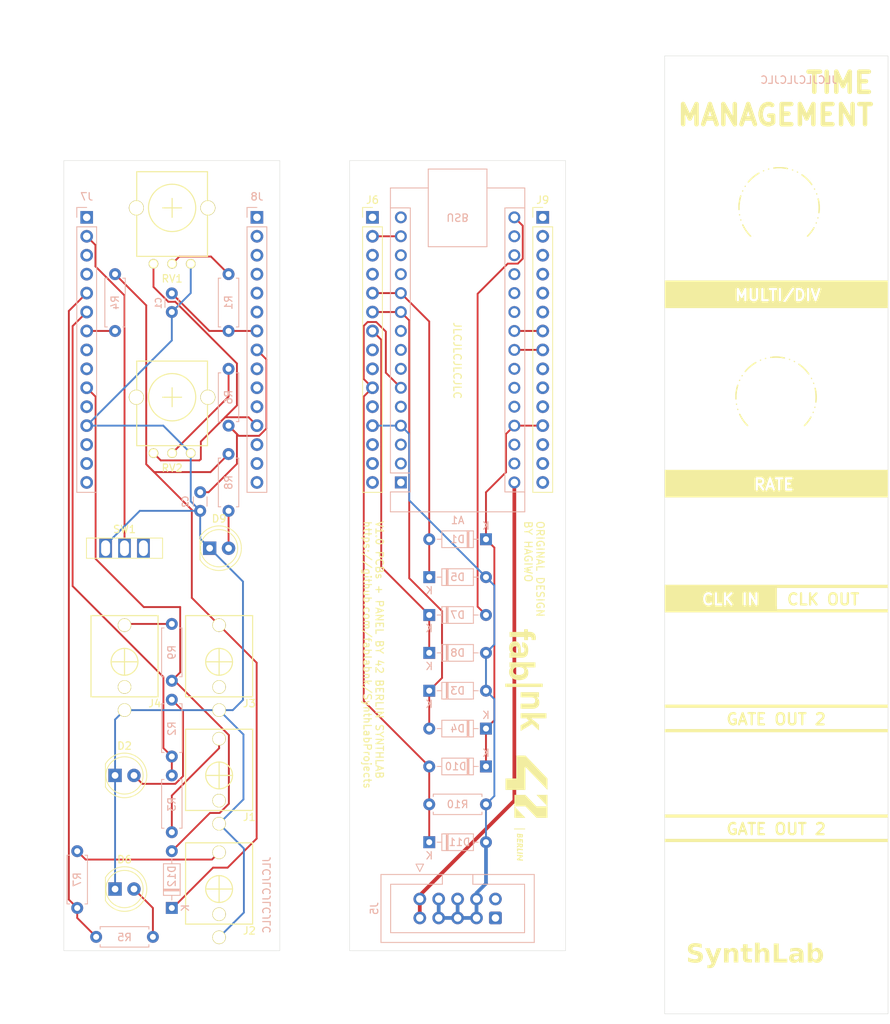
<source format=kicad_pcb>
(kicad_pcb (version 20240108) (generator "pcbnew") (generator_version "8.0")
  (layers (0 "F.Cu" signal) (31 "B.Cu" signal) (34 "B.Paste" user) (35 "F.Paste" user) (36 "B.SilkS" user "B.Silkscreen") (37 "F.SilkS" user "F.Silkscreen") (38 "B.Mask" user) (39 "F.Mask" user) (44 "Edge.Cuts" user))
  (net 0 "")
  (net 1 "GND")
  (net 6 "P5V")
  (net 10 "Net-(A1-VIN)")
  (net 14 "P6")
  (net 17 "P2")
  (net 18 "P5")
  (net 19 "P1")
  (net 22 "P3")
  (net 28 "Net-(A1-D13)")
  (net 31 "P7")
  (net 52 "P4")
  (footprint "Eurocad:PJ301M-12_T_S" (layer "F.Cu") (at 148.314 120.582081)
    (property "Reference" "J1")
    (property "Value" "GATE OUT 1")
  )
  (footprint "Connector_PinHeader_2.54mm:PinHeader_1x15_P2.54mm_Vertical" (layer "F.Cu") (at 191.77 45.72)
    (property "Reference" "J9")
    (property "Value" "Conn_01x15_Pin_Right" (hide yes))
  )
  (footprint "Eurocad:PJ301M-12_T_S" (layer "F.Cu") (at 135.614 105.342081)
    (property "Reference" "J4")
    (property "Value" "EXT CLK IN")
  )
  (footprint "Eurocad:Alpha9mmPot" (layer "F.Cu") (at 142.004 44.45)
    (property "Reference" "RV1")
    (property "Value" "100K MULTI/DIV")
  )
  (footprint "LED_THT:LED_D5.0mm" (layer "F.Cu") (at 134.344 135.822081)
    (property "Reference" "D6")
    (property "Value" "GATE OUT 2 LED")
  )
  (footprint "Eurocad:Alpha9mmPot" (layer "F.Cu") (at 142.004 69.85)
    (property "Reference" "RV2")
    (property "Value" "100K RATE")
  )
  (footprint "Button_Switch_THT:SW_Slide-03_Wuerth-WS-SLTV_10x2.5x6.4_P2.54mm" (layer "F.Cu") (at 135.614 90.102081)
    (property "Reference" "SW1")
    (property "Value" "SW_SPDT (Internal Pullup)")
  )
  (footprint "LED_THT:LED_D5.0mm" (layer "F.Cu") (at 147.044 90.102081)
    (property "Reference" "D9")
    (property "Value" "CLOCK OUT LED")
  )
  (footprint "Eurocad:PJ301M-12_T_S" (layer "F.Cu") (at 148.314 105.342081)
    (property "Reference" "J3")
    (property "Value" "CLOCK OUT")
  )
  (footprint "Eurocad:PJ301M-12_T_S" (layer "F.Cu") (at 148.314 135.822081)
    (property "Reference" "J2")
    (property "Value" "GATE OUT 2")
  )
  (footprint "Connector_PinHeader_2.54mm:PinHeader_1x15_P2.54mm_Vertical" (layer "F.Cu") (at 168.91 45.72)
    (property "Reference" "J6")
    (property "Value" "Conn_01x15_Pin_Left")
  )
  (footprint "LED_THT:LED_D5.0mm" (layer "F.Cu") (at 134.344 120.582081)
    (property "Reference" "D2")
    (property "Value" "GATE OUT 1 LED")
  )
  (footprint "Resistor_THT:R_Axial_DIN0207_L6.3mm_D2.5mm_P7.62mm_Horizontal" (layer "B.Cu") (at 129.264 138.362081 90)
    (property "Reference" "R7")
    (property "Value" "470")
  )
  (footprint "Resistor_THT:R_Axial_DIN0207_L6.3mm_D2.5mm_P7.62mm_Horizontal" (layer "B.Cu") (at 141.964 100.262081 -90)
    (property "Reference" "R9")
    (property "Value" "470")
  )
  (footprint "Connector_PinSocket_2.54mm:PinSocket_1x15_P2.54mm_Vertical" (layer "B.Cu") (at 153.394 45.72 180)
    (property "Reference" "J8")
    (property "Value" "Conn_01x15_Socket_Right")
  )
  (footprint "Diode_THT:D_DO-35_SOD27_P7.62mm_Horizontal" (layer "B.Cu") (at 176.53 104.14)
    (property "Reference" "D8")
    (property "Value" "BAT43")
  )
  (footprint "Diode_THT:D_DO-35_SOD27_P7.62mm_Horizontal" (layer "B.Cu") (at 184.15 114.3 180)
    (property "Reference" "D4")
    (property "Value" "BAT43")
  )
  (footprint "Resistor_THT:R_Axial_DIN0207_L6.3mm_D2.5mm_P7.62mm_Horizontal" (layer "B.Cu") (at 149.584 66.04 -90)
    (property "Reference" "R6")
    (property "Value" "470")
  )
  (footprint "Resistor_THT:R_Axial_DIN0207_L6.3mm_D2.5mm_P7.62mm_Horizontal" (layer "B.Cu") (at 141.964 120.582081 -90)
    (property "Reference" "R3")
    (property "Value" "470")
  )
  (footprint "Resistor_THT:R_Axial_DIN0207_L6.3mm_D2.5mm_P7.62mm_Horizontal" (layer "B.Cu") (at 139.424 142.24 180)
    (property "Reference" "R5")
    (property "Value" "22K")
  )
  (footprint "Diode_THT:D_DO-35_SOD27_P7.62mm_Horizontal" (layer "B.Cu") (at 184.15 119.38 180)
    (property "Reference" "D10")
    (property "Value" "BAT43")
  )
  (footprint "Resistor_THT:R_Axial_DIN0207_L6.3mm_D2.5mm_P7.62mm_Horizontal" (layer "B.Cu") (at 141.964 110.422081 -90)
    (property "Reference" "R2")
    (property "Value" "22K")
  )
  (footprint "Diode_THT:D_DO-35_SOD27_P7.62mm_Horizontal" (layer "B.Cu") (at 176.53 99.06)
    (property "Reference" "D7")
    (property "Value" "IN4148")
  )
  (footprint "Capacitor_THT:C_Disc_D3.0mm_W1.6mm_P2.50mm" (layer "B.Cu") (at 145.774 82.59 -90)
    (property "Reference" "C2")
    (property "Value" "220p")
  )
  (footprint "Resistor_THT:R_Axial_DIN0207_L6.3mm_D2.5mm_P7.62mm_Horizontal" (layer "B.Cu") (at 134.344 60.96 90)
    (property "Reference" "R4")
    (property "Value" "470")
  )
  (footprint "Resistor_THT:R_Axial_DIN0207_L6.3mm_D2.5mm_P7.62mm_Horizontal" (layer "B.Cu") (at 149.584 53.34 -90)
    (property "Reference" "R1")
    (property "Value" "470")
  )
  (footprint "Resistor_THT:R_Axial_DIN0207_L6.3mm_D2.5mm_P7.62mm_Horizontal" (layer "B.Cu") (at 149.584 85.09 90)
    (property "Reference" "R8")
    (property "Value" "22K")
  )
  (footprint "Diode_THT:D_DO-35_SOD27_P7.62mm_Horizontal" (layer "B.Cu") (at 176.53 93.98)
    (property "Reference" "D5")
    (property "Value" "BAT43")
  )
  (footprint "Resistor_THT:R_Axial_DIN0207_L6.3mm_D2.5mm_P7.62mm_Horizontal" (layer "B.Cu") (at 176.53 124.46)
    (property "Reference" "R10")
    (property "Value" "22K")
  )
  (footprint "Connector_IDC:IDC-Header_2x05_P2.54mm_Vertical" (layer "B.Cu") (at 175.26 137.16 -90)
    (property "Reference" "J5")
    (property "Value" "EURO_PWR_2x5")
  )
  (footprint "Diode_THT:D_DO-35_SOD27_P7.62mm_Horizontal" (layer "B.Cu") (at 141.964 138.362081 90)
    (property "Reference" "D12")
    (property "Value" "BAT43")
  )
  (footprint "Module:Arduino_Nano" (layer "B.Cu") (at 172.72 81.28)
    (property "Reference" "A1")
    (property "Value" "Arduino_Nano_v3.x")
  )
  (footprint "Capacitor_THT:C_Disc_D3.0mm_W1.6mm_P2.50mm" (layer "B.Cu") (at 141.964 55.92 -90)
    (property "Reference" "C1")
    (property "Value" "220p")
  )
  (footprint "Connector_PinSocket_2.54mm:PinSocket_1x15_P2.54mm_Vertical" (layer "B.Cu") (at 130.534 45.72 180)
    (property "Reference" "J7")
    (property "Value" "Conn_01x15_Socket_Left")
  )
  (footprint "Diode_THT:D_DO-35_SOD27_P7.62mm_Horizontal" (layer "B.Cu") (at 176.53 109.22)
    (property "Reference" "D3")
    (property "Value" "BAT43")
  )
  (footprint "Diode_THT:D_DO-35_SOD27_P7.62mm_Horizontal" (layer "B.Cu") (at 184.15 88.9 180)
    (property "Reference" "D1")
    (property "Value" "BAT43")
  )
  (footprint "Diode_THT:D_DO-35_SOD27_P7.62mm_Horizontal" (layer "B.Cu") (at 176.53 129.54)
    (property "Reference" "D11")
    (property "Value" "BAT43")
  )
  (gr_poly (pts (xy 189.516152 106.097917) (xy 189.545879 106.118872) (xy 189.575373 106.142152) (xy 189.604402 106.167913) (xy 189.632734 106.196309) (xy 189.646566 106.211544) (xy 189.660136 106.227496) (xy 189.673415 106.244184) (xy 189.686374 106.261628) (xy 189.698985 106.279847) (xy 189.711218 106.298861) (xy 189.723044 106.318689) (xy 189.734433 106.33935) (xy 189.745358 106.360863) (xy 189.755789 106.383249) (xy 189.765696 106.406526) (xy 189.775051 106.430713) (xy 189.783825 106.455831) (xy 189.791988 106.481899) (xy 189.799512 106.508935) (xy 189.806367 106.53696) (xy 189.812525 106.565993) (xy 189.817956 106.596052) (xy 189.822631 106.627158) (xy 189.826521 106.65933) (xy 189.829597 106.692587) (xy 189.831831 106.726949) (xy 189.833192 106.762434) (xy 189.833652 106.799063) (xy 189.832037 106.861308) (xy 189.827244 106.921539) (xy 189.819351 106.979761) (xy 189.808434 107.035974) (xy 189.794572 107.090181) (xy 189.777842 107.142385) (xy 189.758321 107.192588) (xy 189.736087 107.240793) (xy 189.711218 107.287002) (xy 189.683791 107.331217) (xy 189.653883 107.373441) (xy 189.621572 107.413677) (xy 189.586936 107.451926) (xy 189.550052 107.488191) (xy 189.510997 107.522474) (xy 189.46985 107.554779) (xy 189.426687 107.585107) (xy 189.381587 107.613461) (xy 189.334626 107.639843) (xy 189.285882 107.664256) (xy 189.235433 107.686701) (xy 189.183356 107.707182) (xy 189.129728 107.725702) (xy 189.074628 107.742261) (xy 189.018133 107.756863) (xy 188.96032 107.769511) (xy 188.901267 107.780206) (xy 188.841051 107.788951) (xy 188.77975 107.795748) (xy 188.717441 107.800601) (xy 188.59011 107.804479) (xy 188.461739 107.800148) (xy 188.33519 107.787194) (xy 188.211354 107.765674) (xy 188.091123 107.735646) (xy 187.975387 107.69717) (xy 187.865038 107.650303) (xy 187.760968 107.595103) (xy 187.711567 107.564396) (xy 187.664069 107.531628) (xy 187.618586 107.496806) (xy 187.57523 107.459937) (xy 187.534113 107.421028) (xy 187.495345 107.380087) (xy 187.459038 107.337121) (xy 187.425304 107.292137) (xy 187.394254 107.245142) (xy 187.365999 107.196145) (xy 187.340651 107.145151) (xy 187.318321 107.092168) (xy 187.299121 107.037204) (xy 187.283162 106.980266) (xy 187.270555 106.921361) (xy 187.261413 106.860497) (xy 187.255845 106.797679) (xy 187.253965 106.732917) (xy 187.255198 106.665903) (xy 187.258874 106.603597) (xy 187.264952 106.545748) (xy 187.273395 106.492105) (xy 187.284163 106.442415) (xy 187.297218 106.396426) (xy 187.312521 106.353887) (xy 187.330033 106.314545) (xy 187.349715 106.278148) (xy 187.371529 106.244446) (xy 187.395436 106.213185) (xy 187.421397 106.184113) (xy 187.449373 106.15698) (xy 187.479326 106.131533) (xy 187.511216 106.107519) (xy 187.545006 106.084688) (xy 187.514698 106.084094) (xy 187.483614 106.082414) (xy 187.452221 106.079805) (xy 187.420982 106.07642) (xy 187.390364 106.072415) (xy 187.360831 106.067945) (xy 187.332848 106.063165) (xy 187.30688 106.058229) (xy 187.30688 105.41) (xy 188.113859 105.41) (xy 188.537194 105.41) (xy 188.537194 106.058229) (xy 188.461291 106.059663) (xy 188.387616 106.06412) (xy 188.316539 106.071833) (xy 188.248426 106.083034) (xy 188.183646 106.097956) (xy 188.122568 106.116831) (xy 188.065559 106.139891) (xy 188.038696 106.153064) (xy 188.012988 106.16737) (xy 187.988482 106.182839) (xy 187.965223 106.1995) (xy 187.943258 106.217382) (xy 187.922632 106.236513) (xy 187.903392 106.256924) (xy 187.885583 106.278642) (xy 187.869252 106.301698) (xy 187.854445 106.32612) (xy 187.841207 106.351937) (xy 187.829585 106.379179) (xy 187.819625 106.407874) (xy 187.811372 106.438051) (xy 187.804874 106.46974) (xy 187.800175 106.50297) (xy 187.797322 106.537769) (xy 187.79636 106.574167) (xy 187.797248 106.607111) (xy 187.799894 106.638973) (xy 187.804274 106.669754) (xy 187.810365 106.699457) (xy 187.818141 106.728084) (xy 187.827579 106.755639) (xy 187.838655 106.782122) (xy 187.851344 106.807538) (xy 187.865622 106.831888) (xy 187.881465 106.855174) (xy 187.898848 106.877399) (xy 187.917748 106.898566) (xy 187.93814 106.918677) (xy 187.96 106.937734) (xy 187.983304 106.955739) (xy 188.008027 106.972696) (xy 188.034145 106.988606) (xy 188.061635 107.003472) (xy 188.090471 107.017297) (xy 188.12063 107.030083) (xy 188.152087 107.041831) (xy 188.184818 107.052546) (xy 188.2188 107.062228) (xy 188.254007 107.070881) (xy 188.290415 107.078507) (xy 188.328001 107.085108) (xy 188.366739 107.090687) (xy 188.406607 107.095246) (xy 188.447579 107.098788) (xy 188.489632 107.101315) (xy 188.576881 107.103334) (xy 188.652487 107.101464) (xy 188.725321 107.095815) (xy 188.795094 107.086329) (xy 188.861515 107.072948) (xy 188.924292 107.055614) (xy 188.983135 107.034268) (xy 189.037754 107.008853) (xy 189.063388 106.994601) (xy 189.087858 106.97931) (xy 189.111125 106.962973) (xy 189.133155 106.945582) (xy 189.153911 106.92713) (xy 189.173356 106.907609) (xy 189.191455 106.887013) (xy 189.20817 106.865335) (xy 189.223466 106.842566) (xy 189.237306 106.8187) (xy 189.249654 106.793729) (xy 189.260473 106.767647) (xy 189.269728 106.740445) (xy 189.277381 106.712117) (xy 189.283397 106.682656) (xy 189.287739 106.652053) (xy 189.290371 106.620302) (xy 189.291256 106.587396) (xy 189.29052 106.55096) (xy 189.288311 106.51605) (xy 189.284629 106.482642) (xy 189.279474 106.450712) (xy 189.272846 106.420235) (xy 189.264746 106.391187) (xy 189.255173 106.363544) (xy 189.244127 106.337282) (xy 189.231609 106.312376) (xy 189.217617 106.288803) (xy 189.202153 106.266538) (xy 189.185216 106.245556) (xy 189.166806 106.225835) (xy 189.146924 106.207348) (xy 189.125568 106.190073) (xy 189.10274 106.173985) (xy 189.07844 106.159059) (xy 189.052666 106.145272) (xy 189.025419 106.132599) (xy 188.9967 106.121016) (xy 188.966508 106.110499) (xy 188.934844 106.101024) (xy 188.901706 106.092566) (xy 188.867096 106.085101) (xy 188.831013 106.078605) (xy 188.793457 106.073054) (xy 188.713927 106.064689) (xy 188.628506 106.059812) (xy 188.537194 106.058229) (xy 188.537194 105.41) (xy 190.786152 105.410001) (xy 190.786152 106.097917)) (fill solid) (layer "F.SilkS"))
  (gr_rect (start 208.199679 57.539085) (end 238.070079 57.818485) (stroke (width 0.15)) (fill solid) (layer "F.SilkS"))
  (gr_rect (start 219.959879 82.481885) (end 225.674879 82.939085) (stroke (width 0.15)) (fill solid) (layer "F.SilkS"))
  (gr_poly (pts (xy 191.314351 110.866147) (xy 191.311452 110.910604) (xy 191.306631 110.954068) (xy 191.299893 110.996506) (xy 191.291246 111.037889) (xy 191.280698 111.078184) (xy 191.268256 111.11736) (xy 191.253927 111.155386) (xy 191.237718 111.192229) (xy 191.219636 111.227858) (xy 191.19969 111.262243) (xy 191.177885 111.295351) (xy 191.15423 111.327151) (xy 191.128731 111.357611) (xy 191.101396 111.386701) (xy 191.072232 111.414388) (xy 191.041247 111.44064) (xy 191.008448 111.465428) (xy 190.973841 111.488718) (xy 190.937434 111.51048) (xy 190.899235 111.530682) (xy 190.859251 111.549292) (xy 190.817489 111.566279) (xy 190.773956 111.581612) (xy 190.72866 111.595259) (xy 190.681607 111.607189) (xy 190.632805 111.617369) (xy 190.582262 111.62577) (xy 190.529985 111.632358) (xy 190.47598 111.637103) (xy 190.420255 111.639973) (xy 190.362818 111.640937) (xy 188.801777 111.640937) (xy 188.801777 110.953021) (xy 190.283443 110.953021) (xy 190.334574 110.951907) (xy 190.38367 110.948448) (xy 190.430556 110.942469) (xy 190.475059 110.933797) (xy 190.517005 110.922257) (xy 190.536963 110.915357) (xy 190.556217 110.907675) (xy 190.574745 110.899188) (xy 190.592523 110.889876) (xy 190.609532 110.879715) (xy 190.625748 110.868685) (xy 190.64115 110.856764) (xy 190.655717 110.843929) (xy 190.669426 110.830159) (xy 190.682256 110.815433) (xy 190.694185 110.799727) (xy 190.705191 110.783022) (xy 190.715252 110.765294) (xy 190.724347 110.746522) (xy 190.732453 110.726684) (xy 190.739549 110.705759) (xy 190.745614 110.683724) (xy 190.750624 110.660558) (xy 190.754559 110.636239) (xy 190.757397 110.610745) (xy 190.759116 110.584055) (xy 190.759693 110.556146) (xy 190.759225 110.528085) (xy 190.757804 110.500952) (xy 190.75541 110.474744) (xy 190.752019 110.44946) (xy 190.747612 110.425095) (xy 190.742165 110.401649) (xy 190.735658 110.379119) (xy 190.728067 110.357501) (xy 190.719372 110.336795) (xy 190.709551 110.316997) (xy 190.698582 110.298104) (xy 190.686442 110.280116) (xy 190.673111 110.263028) (xy 190.658566 110.246839) (xy 190.642786 110.231547) (xy 190.625748 110.217148) (xy 190.607432 110.203641) (xy 190.587814 110.191022) (xy 190.566874 110.179291) (xy 190.54459 110.168443) (xy 190.52094 110.158477) (xy 190.495901 110.14939) (xy 190.469453 110.141181) (xy 190.441573 110.133846) (xy 190.41224 110.127382) (xy 190.381432 110.121789) (xy 190.349126 110.117062) (xy 190.315302 110.113201) (xy 190.279937 110.110202) (xy 190.24301 110.108062) (xy 190.164381 110.106354) (xy 188.801777 110.106354) (xy 188.801777 109.418438) (xy 191.262402 109.418438) (xy 191.262402 110.079896) (xy 191.233024 110.084831) (xy 191.196049 110.089611) (xy 191.153804 110.094081) (xy 191.108613 110.098086) (xy 191.062802 110.10147) (xy 191.018696 110.10408) (xy 190.978621 110.105759) (xy 190.944902 110.106354) (xy 190.975223 110.122661) (xy 191.006397 110.141933) (xy 191.038036 110.164344) (xy 191.069752 110.19007) (xy 191.101158 110.219283) (xy 191.116624 110.235252) (xy 191.131867 110.252159) (xy 191.146839 110.270025) (xy 191.161491 110.288872) (xy 191.175774 110.308722) (xy 191.189641 110.329596) (xy 191.203043 110.351517) (xy 191.215932 110.374506) (xy 191.228258 110.398585) (xy 191.239974 110.423777) (xy 191.251031 110.450101) (xy 191.261381 110.477581) (xy 191.270975 110.506239) (xy 191.279765 110.536095) (xy 191.287702 110.567173) (xy 191.294738 110.599493) (xy 191.300825 110.633077) (xy 191.305913 110.667948) (xy 191.309955 110.704126) (xy 191.312903 110.741635) (xy 191.314706 110.780495) (xy 191.315318 110.820729)) (fill solid) (layer "F.SilkS"))
  (gr_rect (start 208.199679 125.890485) (end 238.070079 126.169885) (stroke (width 0.15)) (fill solid) (layer "F.SilkS"))
  (gr_line (start 223.134879 95.359685) (end 223.134879 98.356885) (stroke (width 0.15)) (layer "F.SilkS"))
  (gr_rect (start 208.199679 79.662485) (end 238.070079 79.941885) (stroke (width 0.15)) (fill solid) (layer "F.SilkS"))
  (gr_poly (pts (xy 188.468762 130.554452) (xy 188.468762 130.789243) (xy 188.315528 130.771067) (xy 188.315528 130.362603) (xy 189.103492 130.455629) (xy 189.103492 130.629383)) (fill solid) (layer "F.SilkS"))
  (gr_rect (start 208.199679 98.356885) (end 238.070079 98.636285) (stroke (width 0.15)) (fill solid) (layer "F.SilkS"))
  (gr_rect (start 220.798079 95.867685) (end 223.058679 97.899685) (stroke (width 0.15)) (fill solid) (layer "F.SilkS"))
  (gr_rect (start 208.199679 111.158485) (end 238.070079 111.437885) (stroke (width 0.15)) (fill solid) (layer "F.SilkS"))
  (gr_poly (pts (xy 187.966913 126.269631) (xy 187.966913 124.729446) (xy 189.446265 126.269631)) (fill solid) (layer "F.SilkS"))
  (gr_poly (pts (xy 190.925648 126.26971) (xy 189.446296 124.729494) (xy 187.966945 124.729494) (xy 187.966945 123.19) (xy 189.446296 123.19) (xy 190.925648 124.729494) (xy 192.405 124.729494) (xy 192.405 126.26971)) (fill solid) (layer "F.SilkS"))
  (gr_rect (start 208.199679 82.939085) (end 238.070079 83.218485) (stroke (width 0.15)) (fill solid) (layer "F.SilkS"))
  (gr_poly (pts (xy 189.103147 128.730284) (xy 189.102635 128.740633) (xy 189.101825 128.751211) (xy 189.100661 128.761964) (xy 189.09909 128.772838) (xy 189.097057 128.783777) (xy 189.094508 128.794728) (xy 189.091388 128.805636) (xy 189.087644 128.816448) (xy 189.083222 128.827107) (xy 189.078066 128.837561) (xy 189.072122 128.847753) (xy 189.065337 128.857632) (xy 189.061612 128.862436) (xy 189.057656 128.86714) (xy 189.053463 128.871739) (xy 189.049025 128.876226) (xy 189.043639 128.881206) (xy 189.037831 128.886042) (xy 189.031603 128.890708) (xy 189.024959 128.89518) (xy 189.017902 128.899435) (xy 189.010436 128.903446) (xy 189.002563 128.907191) (xy 188.994287 128.910645) (xy 188.98561 128.913784) (xy 188.976537 128.916583) (xy 188.96707 128.919018) (xy 188.957213 128.921065) (xy 188.946968 128.922699) (xy 188.93634 128.923896) (xy 188.925331 128.924633) (xy 188.913944 128.924884) (xy 188.90454 128.92474) (xy 188.895387 128.924311) (xy 188.88648 128.9236) (xy 188.877816 128.922609) (xy 188.86939 128.921342) (xy 188.861198 128.919802) (xy 188.853235 128.917992) (xy 188.845498 128.915914) (xy 188.837983 128.913572) (xy 188.830684 128.910969) (xy 188.823598 128.908108) (xy 188.816721 128.904992) (xy 188.810049 128.901624) (xy 188.803576 128.898007) (xy 188.7973 128.894144) (xy 188.791215 128.890037) (xy 188.78476 128.885359) (xy 188.778734 128.880588) (xy 188.77312 128.875737) (xy 188.767904 128.870818) (xy 188.763072 128.865842) (xy 188.758607 128.860822) (xy 188.754496 128.85577) (xy 188.750724 128.850698) (xy 188.747275 128.845616) (xy 188.744134 128.840539) (xy 188.741287 128.835477) (xy 188.738719 128.830443) (xy 188.736415 128.825448) (xy 188.73436 128.820505) (xy 188.732539 128.815625) (xy 188.730937 128.81082) (xy 188.729058 128.81792) (xy 188.726971 128.824782) (xy 188.724691 128.831408) (xy 188.722231 128.837799) (xy 188.719605 128.843956) (xy 188.716827 128.849881) (xy 188.713911 128.855573) (xy 188.710871 128.861035) (xy 188.707719 128.866267) (xy 188.704471 128.871271) (xy 188.70114 128.876046) (xy 188.69774 128.880595) (xy 188.694285 128.884919) (xy 188.690788 128.889017) (xy 188.687264 128.892893) (xy 188.683725 128.896546) (xy 188.677017 128.902848) (xy 188.670225 128.908667) (xy 188.663336 128.914012) (xy 188.656334 128.918895) (xy 188.649204 128.923325) (xy 188.641931 128.927314) (xy 188.634502 128.930872) (xy 188.6269 128.93401) (xy 188.61911 128.93674) (xy 188.611119 128.93907) (xy 188.60291 128.941012) (xy 188.59447 128.942578) (xy 188.585782 128.943777) (xy 188.576833 128.94462) (xy 188.567608 128.945118) (xy 188.55809 128.945281) (xy 188.54277 128.944923) (xy 188.528121 128.94388) (xy 188.514137 128.942199) (xy 188.500808 128.93993) (xy 188.488126 128.93712) (xy 188.476082 128.933817) (xy 188.464668 128.930069) (xy 188.453875 128.925924) (xy 188.443695 128.921431) (xy 188.434119 128.916636) (xy 188.425139 128.911589) (xy 188.416747 128.906338) (xy 188.408933 128.900929) (xy 188.401689 128.895412) (xy 188.395007 128.889834) (xy 188.388879 128.884243) (xy 188.383171 128.878573) (xy 188.377753 128.872743) (xy 188.37262 128.866761) (xy 188.367763 128.860634) (xy 188.358848 128.847968) (xy 188.350953 128.834802) (xy 188.34402 128.821188) (xy 188.337991 128.807182) (xy 188.332808 128.792837) (xy 188.328416 128.778209) (xy 188.324755 128.76335) (xy 188.321768 128.748316) (xy 188.319399 128.733161) (xy 188.317589 128.717939) (xy 188.316282 128.702705) (xy 188.315419 128.687512) (xy 188.314944 128.672416) (xy 188.314798 128.657469) (xy 188.314798 128.377593) (xy 188.457141 128.394253) (xy 188.457141 128.568013) (xy 188.457141 128.631275) (xy 188.457348 128.6444) (xy 188.458118 128.658887) (xy 188.458782 128.66647) (xy 188.45967 128.674189) (xy 188.460809 128.681977) (xy 188.462226 128.689765) (xy 188.46395 128.697485) (xy 188.466008 128.705069) (xy 188.468427 128.712449) (xy 188.471236 128.719557) (xy 188.474461 128.726325) (xy 188.478131 128.732685) (xy 188.480141 128.735691) (xy 188.482273 128.738569) (xy 188.48453 128.741311) (xy 188.486915 128.743909) (xy 188.488841 128.745885) (xy 188.491085 128.747982) (xy 188.493659 128.750165) (xy 188.496574 128.752399) (xy 188.499842 128.754651) (xy 188.503475 128.756887) (xy 188.507485 128.759072) (xy 188.509634 128.760135) (xy 188.511882 128.761172) (xy 188.51423 128.76218) (xy 188.51668 128.763153) (xy 188.519233 128.764089) (xy 188.521889 128.764981) (xy 188.524652 128.765827) (xy 188.527522 128.766622) (xy 188.530501 128.767361) (xy 188.53359 128.768041) (xy 188.536791 128.768656) (xy 188.540105 128.769204) (xy 188.543534 128.769679) (xy 188.547079 128.770077) (xy 188.550741 128.770394) (xy 188.554522 128.770626) (xy 188.558424 128.770768) (xy 188.562448 128.770816) (xy 188.565669 128.770771) (xy 188.569056 128.770627) (xy 188.572585 128.77037) (xy 188.576234 128.769985) (xy 188.579981 128.769461) (xy 188.583804 128.768782) (xy 188.58768 128.767936) (xy 188.591587 128.766907) (xy 188.595502 128.765684) (xy 188.599404 128.764251) (xy 188.603269 128.762596) (xy 188.607076 128.760704) (xy 188.610803 128.758561) (xy 188.614426 128.756155) (xy 188.617923 128.753471) (xy 188.621273 128.750496) (xy 188.623652 128.748096) (xy 188.625892 128.745546) (xy 188.627994 128.742858) (xy 188.629966 128.740044) (xy 188.631809 128.737117) (xy 188.633529 128.734087) (xy 188.636615 128.727768) (xy 188.63926 128.721182) (xy 188.641495 128.714423) (xy 188.643356 128.707587) (xy 188.644877 128.700768) (xy 188.646091 128.694061) (xy 188.647033 128.687559) (xy 188.647737 128.681359) (xy 188.648236 128.675554) (xy 188.648758 128.66551) (xy 188.648871 128.658184) (xy 188.648871 128.590556) (xy 188.457141 128.568013) (xy 188.457141 128.394253) (xy 188.783222 128.432419) (xy 188.783222 128.605796) (xy 188.783222 128.641435) (xy 188.783429 128.652825) (xy 188.783729 128.658834) (xy 188.784198 128.665002) (xy 188.784863 128.67129) (xy 188.785751 128.677659) (xy 188.78689 128.684071) (xy 188.788308 128.690489) (xy 188.790032 128.696873) (xy 188.79209 128.703185) (xy 188.79451 128.709387) (xy 188.797319 128.71544) (xy 188.800546 128.721306) (xy 188.804216 128.726947) (xy 188.80836 128.732324) (xy 188.810617 128.734902) (xy 188.813003 128.7374) (xy 188.816267 128.740454) (xy 188.819783 128.743334) (xy 188.823532 128.746036) (xy 188.827492 128.748558) (xy 188.831643 128.750896) (xy 188.835966 128.753048) (xy 188.84044 128.755009) (xy 188.845045 128.756777) (xy 188.84976 128.758349) (xy 188.854566 128.759722) (xy 188.859443 128.760892) (xy 188.864369 128.761856) (xy 188.869325 128.762612) (xy 188.874291 128.763155) (xy 188.879246 128.763484) (xy 188.884171 128.763594) (xy 188.889994 128.763436) (xy 188.895486 128.76298) (xy 188.900657 128.762252) (xy 188.905517 128.761276) (xy 188.910074 128.760078) (xy 188.914338 128.758684) (xy 188.91832 128.757119) (xy 188.922028 128.755408) (xy 188.925472 128.753577) (xy 188.928662 128.751652) (xy 188.931607 128.749658) (xy 188.934317 128.74762) (xy 188.936801 128.745564) (xy 188.939069 128.743515) (xy 188.941131 128.7415) (xy 188.942996 128.739542) (xy 188.944648 128.737542) (xy 188.946201 128.73549) (xy 188.947657 128.733387) (xy 188.949021 128.731236) (xy 188.951482 128.726802) (xy 188.953608 128.72221) (xy 188.955423 128.71748) (xy 188.956951 128.712635) (xy 188.958218 128.707695) (xy 188.959248 128.702683) (xy 188.960064 128.697619) (xy 188.960693 128.692526) (xy 188.961157 128.687425) (xy 188.961482 128.682337) (xy 188.961813 128.672287) (xy 188.961879 128.662548) (xy 188.961879 128.626195) (xy 188.783222 128.605796) (xy 188.783222 128.432419) (xy 189.103492 128.469905) (xy 189.103492 128.710491)) (fill solid) (layer "F.SilkS"))
  (gr_poly (pts (xy 188.950258 129.617589) (xy 188.950258 129.324615) (xy 188.797747 129.302788) (xy 188.797747 129.5856) (xy 188.643784 129.563773) (xy 188.643784 129.281754) (xy 188.468762 129.257782) (xy 188.468762 129.555756) (xy 188.314798 129.534722) (xy 188.314798 129.034579) (xy 189.103492 129.144355) (xy 189.103492 129.639337)) (fill solid) (layer "F.SilkS"))
  (gr_poly (pts (xy 190.217298 112.924167) (xy 190.31755 112.999614) (xy 190.428964 113.086224) (xy 190.550301 113.182756) (xy 190.680319 113.287969) (xy 190.961438 113.51948) (xy 191.262402 113.770834) (xy 191.262402 114.551354) (xy 190.33636 113.691459) (xy 188.801777 114.63073) (xy 188.801777 113.863438) (xy 189.899797 113.241667) (xy 189.595526 112.924167) (xy 188.801777 112.924167) (xy 188.801777 112.236251) (xy 192.267818 112.236251) (xy 192.267818 112.924167)) (fill solid) (layer "F.SilkS"))
  (gr_poly (pts (xy 186.738027 108.717292) (xy 186.738027 108.267501) (xy 191.76511 108.267501) (xy 191.76511 108.717292)) (fill solid) (layer "F.SilkS"))
  (gr_arc (start 219.696413 48.253344) (mid 223.506413 39.05519) (end 227.316413 48.253344) (stroke (width 0.1705) (type dash_dot_dot)) (layer "F.SilkS"))
  (gr_rect (start 208.199679 54.592685) (end 217.673879 57.589885) (stroke (width 0.15)) (fill solid) (layer "F.SilkS"))
  (gr_poly (pts (xy 189.446296 119.449509) (xy 189.446296 122.529949) (xy 186.769375 122.529949) (xy 186.769375 120.989733) (xy 188.248726 120.989733) (xy 188.248726 117.910015) (xy 189.446296 117.910015) (xy 192.405 120.989733) (xy 192.405 122.529949)) (fill solid) (layer "F.SilkS"))
  (gr_rect (start 213.152679 97.899685) (end 223.134879 98.483885) (stroke (width 0.15)) (fill solid) (layer "F.SilkS"))
  (gr_poly (pts (xy 189.817309 103.890029) (xy 189.807917 104.003265) (xy 189.792169 104.109215) (xy 189.769987 104.2078) (xy 189.756459 104.254307) (xy 189.741293 104.298945) (xy 189.724481 104.341702) (xy 189.706011 104.38257) (xy 189.685875 104.421539) (xy 189.664063 104.458599) (xy 189.640565 104.49374) (xy 189.615371 104.526954) (xy 189.588472 104.558229) (xy 189.559857 104.587557) (xy 189.529519 104.614928) (xy 189.497445 104.640332) (xy 189.463628 104.663759) (xy 189.428057 104.6852) (xy 189.390722 104.704645) (xy 189.351614 104.722084) (xy 189.310724 104.737508) (xy 189.268041 104.750907) (xy 189.223555 104.76227) (xy 189.177258 104.77159) (xy 189.129139 104.778855) (xy 189.079189 104.784057) (xy 189.027398 104.787185) (xy 188.973756 104.78823) (xy 187.94188 104.78823) (xy 187.749644 104.790504) (xy 187.554928 104.796498) (xy 187.468266 104.800503) (xy 187.394937 104.804973) (xy 187.339592 104.809753) (xy 187.30688 104.814688) (xy 187.30688 104.166459) (xy 187.329592 104.161498) (xy 187.35711 104.156537) (xy 187.420983 104.146615) (xy 187.487335 104.136694) (xy 187.517953 104.131733) (xy 187.545006 104.126772) (xy 187.517756 104.108582) (xy 187.49072 104.088531) (xy 187.46411 104.06631) (xy 187.451031 104.054289) (xy 187.438139 104.041609) (xy 187.42546 104.028231) (xy 187.413021 104.014117) (xy 187.400849 103.999228) (xy 187.388969 103.983525) (xy 187.377409 103.966969) (xy 187.366196 103.949522) (xy 187.355356 103.931144) (xy 187.344915 103.911798) (xy 187.334901 103.891444) (xy 187.325339 103.870043) (xy 187.316258 103.847558) (xy 187.307682 103.823948) (xy 187.29964 103.799176) (xy 187.292157 103.773202) (xy 187.28526 103.745988) (xy 187.278976 103.717494) (xy 187.273332 103.687684) (xy 187.268353 103.656516) (xy 187.264068 103.623954) (xy 187.260502 103.589957) (xy 187.257682 103.554488) (xy 187.255634 103.517507) (xy 187.254387 103.478976) (xy 187.253965 103.438855) (xy 187.255077 103.38405) (xy 187.258367 103.331242) (xy 187.263764 103.280417) (xy 187.271199 103.231555) (xy 187.2806 103.184642) (xy 187.291898 103.139658) (xy 187.305023 103.096589) (xy 187.319904 103.055416) (xy 187.336471 103.016123) (xy 187.354653 102.978693) (xy 187.374381 102.943108) (xy 187.395584 102.909353) (xy 187.418192 102.877409) (xy 187.442135 102.84726) (xy 187.467342 102.818889) (xy 187.493743 102.79228) (xy 187.521269 102.767414) (xy 187.549848 102.744276) (xy 187.579411 102.722847) (xy 187.609886 102.703112) (xy 187.641205 102.685053) (xy 187.673297 102.668654) (xy 187.70609 102.653896) (xy 187.739517 102.640765) (xy 187.807985 102.619309) (xy 187.878139 102.604152) (xy 187.949417 102.595157) (xy 188.021257 102.592189) (xy 188.060944 102.593205) (xy 188.060944 103.280105) (xy 188.028888 103.281355) (xy 187.997356 103.285143) (xy 187.981852 103.288008) (xy 187.96656 103.291528) (xy 187.951505 103.295713) (xy 187.936713 103.300569) (xy 187.922213 103.306102) (xy 187.90803 103.312322) (xy 187.89419 103.319234) (xy 187.880722 103.326846) (xy 187.867651 103.335165) (xy 187.855003 103.3442) (xy 187.842806 103.353956) (xy 187.831087 103.364441) (xy 187.819871 103.375662) (xy 187.809186 103.387627) (xy 187.799057 103.400343) (xy 187.789513 103.413817) (xy 187.780579 103.428057) (xy 187.772282 103.443069) (xy 187.764649 103.458862) (xy 187.757706 103.475442) (xy 187.75148 103.492816) (xy 187.745998 103.510992) (xy 187.741286 103.529977) (xy 187.737372 103.549778) (xy 187.73428 103.570403) (xy 187.732039 103.591859) (xy 187.730675 103.614153) (xy 187.730214 103.637292) (xy 187.731097 103.677106) (xy 187.733709 103.714733) (xy 187.737997 103.750232) (xy 187.743909 103.783666) (xy 187.75139 103.815094) (xy 187.760387 103.844576) (xy 187.770848 103.872174) (xy 187.782718 103.897948) (xy 187.795945 103.921959) (xy 187.810475 103.944266) (xy 187.826254 103.964932) (xy 187.843231 103.984015) (xy 187.861351 104.001578) (xy 187.880561 104.017679) (xy 187.900807 104.032381) (xy 187.922038 104.045743) (xy 187.944198 104.057826) (xy 187.967235 104.06869) (xy 187.991096 104.078397) (xy 188.015727 104.087006) (xy 188.041075 104.094579) (xy 188.067087 104.101175) (xy 188.120889 104.111682) (xy 188.176706 104.11901) (xy 188.234112 104.123645) (xy 188.29268 104.12607) (xy 188.351985 104.126771) (xy 188.431361 104.126771) (xy 188.431361 103.848959) (xy 188.429817 103.774987) (xy 188.425211 103.706771) (xy 188.417582 103.644175) (xy 188.406969 103.587063) (xy 188.39341 103.535299) (xy 188.376945 103.488748) (xy 188.367634 103.467385) (xy 188.357611 103.447275) (xy 188.346881 103.4284) (xy 188.335449 103.410743) (xy 188.323318 103.394287) (xy 188.310495 103.379017) (xy 188.296984 103.364913) (xy 188.28279 103.351961) (xy 188.267918 103.340142) (xy 188.252372 103.32944) (xy 188.236158 103.319837) (xy 188.21928 103.311317) (xy 188.201743 103.303863) (xy 188.183552 103.297458) (xy 188.164712 103.292085) (xy 188.145228 103.287727) (xy 188.104345 103.281988) (xy 188.060944 103.280105) (xy 188.060944 102.593205) (xy 188.072495 102.593501) (xy 188.122032 102.597418) (xy 188.169874 102.603907) (xy 188.216025 102.612937) (xy 188.26049 102.624476) (xy 188.303274 102.638494) (xy 188.344382 102.654958) (xy 188.383819 102.673837) (xy 188.421588 102.6951) (xy 188.457697 102.718715) (xy 188.492148 102.744651) (xy 188.524947 102.772875) (xy 188.556099 102.803357) (xy 188.585609 102.836066) (xy 188.613481 102.870969) (xy 188.63972 102.908035) (xy 188.664332 102.947233) (xy 188.687321 102.988531) (xy 188.708691 103.031897) (xy 188.728449 103.077301) (xy 188.746598 103.124711) (xy 188.763143 103.174094) (xy 188.77809 103.225421) (xy 188.791442 103.278658) (xy 188.803206 103.333776) (xy 188.813386 103.390741) (xy 188.821986 103.449523) (xy 188.829011 103.510091) (xy 188.834467 103.572412) (xy 188.838358 103.636456) (xy 188.841465 103.769584) (xy 188.841465 104.126771) (xy 188.986986 104.126771) (xy 189.01919 104.125951) (xy 189.051142 104.123309) (xy 189.08259 104.118574) (xy 189.113283 104.111475) (xy 189.128267 104.106954) (xy 189.142968 104.101741) (xy 189.157354 104.0958) (xy 189.171393 104.089099) (xy 189.185055 104.081604) (xy 189.198307 104.07328) (xy 189.211118 104.064093) (xy 189.223457 104.054011) (xy 189.235292 104.042998) (xy 189.246592 104.031021) (xy 189.257325 104.018047) (xy 189.267459 104.00404) (xy 189.276964 103.988967) (xy 189.285808 103.972795) (xy 189.293959 103.955489) (xy 189.301385 103.937016) (xy 189.308056 103.917341) (xy 189.313939 103.89643) (xy 189.319004 103.874251) (xy 189.323218 103.850768) (xy 189.326551 103.825948) (xy 189.32897 103.799757) (xy 189.330445 103.772161) (xy 189.330944 103.743126) (xy 189.330597 103.716531) (xy 189.329562 103.691291) (xy 189.327848 103.667364) (xy 189.325466 103.644708) (xy 189.322425 103.623283) (xy 189.318735 103.603047) (xy 189.314406 103.583959) (xy 189.309446 103.565979) (xy 189.303867 103.549064) (xy 189.297677 103.533174) (xy 189.290887 103.518267) (xy 189.283505 103.504303) (xy 189.275542 103.49124) (xy 189.267007 103.479037) (xy 189.257911 103.467652) (xy 189.248262 103.457045) (xy 189.23807 103.447174) (xy 189.227346 103.437999) (xy 189.216098 103.429478) (xy 189.204337 103.421569) (xy 189.192072 103.414232) (xy 189.179312 103.407426) (xy 189.15235 103.39524) (xy 189.123528 103.384682) (xy 189.092922 103.375422) (xy 189.060612 103.367131) (xy 189.026673 103.35948) (xy 189.026673 102.711251) (xy 189.107531 102.721392) (xy 189.186121 102.737192) (xy 189.224438 102.747336) (xy 189.262037 102.759039) (xy 189.298865 102.77235) (xy 189.334871 102.787319) (xy 189.370006 102.803992) (xy 189.404218 102.82242) (xy 189.437456 102.842649) (xy 189.469669 102.86473) (xy 189.500807 102.888709) (xy 189.530819 102.914636) (xy 189.559653 102.942559) (xy 189.587259 102.972527) (xy 189.613586 103.004587) (xy 189.638583 103.038789) (xy 189.6622 103.07518) (xy 189.684385 103.11381) (xy 189.705087 103.154727) (xy 189.724256 103.197978) (xy 189.741841 103.243613) (xy 189.757791 103.29168) (xy 189.772055 103.342228) (xy 189.784582 103.395305) (xy 189.795322 103.450959) (xy 189.804222 103.509238) (xy 189.811234 103.570192) (xy 189.816305 103.633869) (xy 189.819385 103.700317) (xy 189.820423 103.769584)) (fill solid) (layer "F.SilkS"))
  (gr_poly (pts (xy 187.919741 127.821571) (xy 187.919741 127.703857) (xy 189.404172 127.703857) (xy 189.404172 127.821571)) (fill solid) (layer "F.SilkS"))
  (gr_rect (start 208.199679 79.941885) (end 220.213879 82.939085) (stroke (width 0.15)) (fill solid) (layer "F.SilkS"))
  (gr_poly (pts (xy 190.838474 102.147823) (xy 190.836795 102.193246) (xy 190.834185 102.23805) (xy 190.8308 102.281303) (xy 190.826795 102.322076) (xy 190.822325 102.359438) (xy 190.817545 102.392459) (xy 190.81261 102.420209) (xy 190.270214 102.420209) (xy 190.270363 102.412616) (xy 190.270783 102.404732) (xy 190.272281 102.38817) (xy 190.2744 102.370677) (xy 190.276829 102.35241) (xy 190.279258 102.333522) (xy 190.281376 102.314169) (xy 190.282222 102.304367) (xy 190.282875 102.294506) (xy 190.283295 102.284607) (xy 190.283443 102.274688) (xy 190.28249 102.238867) (xy 190.281274 102.221984) (xy 190.279542 102.205778) (xy 190.277276 102.19024) (xy 190.274461 102.175363) (xy 190.271079 102.16114) (xy 190.267114 102.147564) (xy 190.262547 102.134628) (xy 190.257363 102.122323) (xy 190.251544 102.110644) (xy 190.245074 102.099583) (xy 190.237935 102.089131) (xy 190.23011 102.079283) (xy 190.221583 102.070031) (xy 190.212337 102.061368) (xy 190.202354 102.053286) (xy 190.191618 102.045778) (xy 190.180111 102.038836) (xy 190.167817 102.032455) (xy 190.154719 102.026626) (xy 190.1408 102.021341) (xy 190.126043 102.016595) (xy 190.110431 102.012379) (xy 190.093946 102.008686) (xy 190.076573 102.005509) (xy 190.058294 102.002841) (xy 190.039091 102.000674) (xy 189.99785 101.997815) (xy 189.952714 101.996876) (xy 189.793964 101.996876) (xy 189.793964 102.433438) (xy 189.278026 102.433438) (xy 189.278026 102.010105) (xy 187.32011 102.010105) (xy 187.30688 101.335417) (xy 189.264797 101.335417) (xy 189.264797 100.965001) (xy 189.780735 100.965001) (xy 189.780735 101.322188) (xy 189.992402 101.322188) (xy 190.084754 101.32514) (xy 190.173114 101.334022) (xy 190.257211 101.348873) (xy 190.297576 101.358548) (xy 190.336773 101.369731) (xy 190.374769 101.382424) (xy 190.41153 101.396635) (xy 190.447021 101.412366) (xy 190.481209 101.429624) (xy 190.51406 101.448412) (xy 190.54554 101.468736) (xy 190.575615 101.490601) (xy 190.604251 101.514011) (xy 190.631414 101.538972) (xy 190.657071 101.565487) (xy 190.681187 101.593563) (xy 190.703728 101.623203) (xy 190.724661 101.654414) (xy 190.743952 101.687198) (xy 190.761566 101.721562) (xy 190.77747 101.757511) (xy 190.79163 101.795048) (xy 190.804013 101.834179) (xy 190.814583 101.874909) (xy 190.823307 101.917242) (xy 190.830152 101.961184) (xy 190.835083 102.00674) (xy 190.838067 102.053913) (xy 190.839069 102.102709)) (fill solid) (layer "F.SilkS"))
  (gr_poly (pts (xy 190.925648 123.19) (xy 192.405 123.19) (xy 192.405 124.729494)) (fill solid) (layer "F.SilkS"))
  (gr_rect (start 219.959879 57.132685) (end 225.674879 57.589885) (stroke (width 0.15)) (fill solid) (layer "F.SilkS"))
  (gr_rect (start 229.230879 54.452985) (end 238.070079 57.767685) (stroke (width 0.15)) (fill solid) (layer "F.SilkS"))
  (gr_rect (start 208.199679 114.435085) (end 238.070079 114.714485) (stroke (width 0.15)) (fill solid) (layer "F.SilkS"))
  (gr_rect (start 208.199679 95.080285) (end 238.070079 95.359685) (stroke (width 0.15)) (fill solid) (layer "F.SilkS"))
  (gr_rect (start 213.076479 95.283485) (end 223.058679 95.867685) (stroke (width 0.15)) (fill solid) (layer "F.SilkS"))
  (gr_arc (start 219.286319 73.659804) (mid 223.096319 64.46165) (end 226.906319 73.659804) (stroke (width 0.1705) (type dash_dot_dot)) (layer "F.SilkS"))
  (gr_rect (start 225.420879 79.802185) (end 238.070079 83.116885) (stroke (width 0.15)) (fill solid) (layer "F.SilkS"))
  (gr_poly (pts (xy 189.103055 130.034072) (xy 189.102401 130.047454) (xy 189.10136 130.060759) (xy 189.099859 130.073968) (xy 189.097826 130.08706) (xy 189.095189 130.100014) (xy 189.091875 130.112809) (xy 189.087813 130.125427) (xy 189.082929 130.137845) (xy 189.077151 130.150044) (xy 189.070407 130.162002) (xy 189.062625 130.1737) (xy 189.053732 130.185118) (xy 189.043656 130.196234) (xy 189.032324 130.207028) (xy 189.026748 130.211949) (xy 189.020633 130.216861) (xy 189.013966 130.221721) (xy 189.006737 130.226487) (xy 188.998933 130.231116) (xy 188.990542 130.235566) (xy 188.981554 130.239795) (xy 188.971956 130.243758) (xy 188.961738 130.247415) (xy 188.950886 130.250723) (xy 188.939389 130.253638) (xy 188.927236 130.256119) (xy 188.914415 130.258122) (xy 188.900915 130.259606) (xy 188.886723 130.260527) (xy 188.879364 130.260764) (xy 188.871828 130.260844) (xy 188.85799 130.260557) (xy 188.844533 130.259707) (xy 188.83146 130.258314) (xy 188.818778 130.256395) (xy 188.806492 130.253969) (xy 188.794607 130.251053) (xy 188.783128 130.247667) (xy 188.77206 130.243828) (xy 188.76141 130.239555) (xy 188.751182 130.234865) (xy 188.741382 130.229778) (xy 188.732015 130.224311) (xy 188.723086 130.218482) (xy 188.7146 130.212311) (xy 188.706564 130.205814) (xy 188.698981 130.199012) (xy 188.692845 130.192738) (xy 188.686971 130.186197) (xy 188.681362 130.179411) (xy 188.676024 130.172402) (xy 188.670963 130.165192) (xy 188.666184 130.157805) (xy 188.661693 130.150261) (xy 188.657494 130.142585) (xy 188.653592 130.134798) (xy 188.649994 130.126923) (xy 188.646704 130.118982) (xy 188.643728 130.110997) (xy 188.641072 130.102992) (xy 188.638739 130.094988) (xy 188.636736 130.087008) (xy 188.635068 130.079075) (xy 188.314798 130.273146) (xy 188.314798 130.070344) (xy 188.62563 129.888655) (xy 188.314798 129.8523) (xy 188.314798 129.678629) (xy 188.745463 129.729036) (xy 188.745463 129.902465) (xy 188.745463 129.945329) (xy 188.745667 129.956587) (xy 188.745961 129.96263) (xy 188.746416 129.968897) (xy 188.747058 129.975347) (xy 188.747913 129.981942) (xy 188.749006 129.988641) (xy 188.750363 129.995404) (xy 188.75201 130.002193) (xy 188.753971 130.008967) (xy 188.756273 130.015688) (xy 188.758941 130.022314) (xy 188.762001 130.028807) (xy 188.765477 130.035126) (xy 188.769397 130.041233) (xy 188.773784 130.047088) (xy 188.776126 130.049887) (xy 188.778522 130.052557) (xy 188.78097 130.0551) (xy 188.783467 130.057519) (xy 188.786012 130.059816) (xy 188.788602 130.061995) (xy 188.793915 130.066007) (xy 188.799389 130.069575) (xy 188.80501 130.072722) (xy 188.810763 130.075468) (xy 188.816632 130.077834) (xy 188.822604 130.079843) (xy 188.828664 130.081514) (xy 188.834795 130.08287) (xy 188.840984 130.083932) (xy 188.847216 130.084721) (xy 188.853475 130.085258) (xy 188.859747 130.085565) (xy 188.866018 130.085662) (xy 188.870728 130.085589) (xy 188.875581 130.085351) (xy 188.880549 130.08492) (xy 188.885603 130.084269) (xy 188.890717 130.08337) (xy 188.895864 130.082197) (xy 188.901014 130.080722) (xy 188.906141 130.078916) (xy 188.911216 130.076754) (xy 188.916214 130.074207) (xy 188.921104 130.071248) (xy 188.923501 130.069605) (xy 188.925861 130.067849) (xy 188.928181 130.065976) (xy 188.930456 130.063983) (xy 188.932685 130.061867) (xy 188.934862 130.059623) (xy 188.936986 130.057249) (xy 188.939051 130.054741) (xy 188.941056 130.052096) (xy 188.942996 130.04931) (xy 188.945722 130.044965) (xy 188.948187 130.040387) (xy 188.950403 130.035582) (xy 188.952382 130.030554) (xy 188.954136 130.025308) (xy 188.955675 130.019851) (xy 188.957012 130.014187) (xy 188.958158 130.008322) (xy 188.959126 130.002261) (xy 188.959927 129.996008) (xy 188.960572 129.98957) (xy 188.961074 129.98295) (xy 188.961444 129.976156) (xy 188.961693 129.969191) (xy 188.961879 129.954773) (xy 188.961879 129.92866) (xy 188.745463 129.902465) (xy 188.745463 129.729036) (xy 189.103492 129.770942) (xy 189.103492 130.007162)) (fill solid) (layer "F.SilkS"))
  (gr_rect (start 217.673879 54.592685) (end 229.230879 55.100685) (stroke (width 0.15)) (fill solid) (layer "F.SilkS"))
  (gr_rect (start 208.199679 54.262485) (end 238.070079 54.541885) (stroke (width 0.15)) (fill solid) (layer "F.SilkS"))
  (gr_poly (pts (xy 188.590769 131.804052) (xy 189.103492 131.865092) (xy 189.103492 132.038764) (xy 188.314798 131.946451) (xy 188.314798 131.795322) (xy 188.830426 131.446389) (xy 188.314798 131.386778) (xy 188.314798 131.213106) (xy 189.103492 131.306848) (xy 189.103492 131.458057)) (fill solid) (layer "F.SilkS"))
  (gr_rect (start 219.959879 79.941885) (end 225.674879 80.449885) (stroke (width 0.15)) (fill solid) (layer "F.SilkS"))
  (gr_poly (pts (xy 188.315528 131.045148) (xy 188.315528 130.871397) (xy 189.103492 130.963709) (xy 189.103492 131.137461)) (fill solid) (layer "F.SilkS"))
  (gr_rect (start 208.199679 95.283485) (end 213.076479 98.407685) (stroke (width 0.15)) (fill solid) (layer "F.SilkS"))
  (gr_rect (start 208.199679 129.167085) (end 238.070079 129.446485) (stroke (width 0.15)) (fill solid) (layer "F.SilkS"))
  (gr_rect (start 127.464 38.1) (end 156.464 144.1) (stroke (width 0.05)) (fill none) (layer "Edge.Cuts"))
  (gr_rect (start 208.134879 24.061885) (end 238.134879 152.561885) (stroke (width 0.05)) (fill none) (layer "Edge.Cuts"))
  (gr_rect (start 165.84 38.1) (end 194.84 144.1) (stroke (width 0.05)) (fill none) (layer "Edge.Cuts"))
  (gr_text "JLCJLCJLCJLC" (at 155.299 131.377081 90) (layer "B.SilkS") (effects (font (size 1 1)) (justify left bottom mirror)))
  (gr_text "JLCJLCJLCJLC" (at 231.389879 27.871885 0) (layer "B.SilkS") (effects (font (size 1 1)) (justify left bottom mirror)))
  (gr_text "V1.0 PCBs + PANEL BY 42 BERLIN SYNTHLAB\nhttps://github.com/fablabnk/SynthLabProjects\n" (at 167.64 86.36 -90) (layer "F.SilkS") (effects (font (size 1 1)) (justify left bottom)))
  (gr_text "CLK OUT" (at 224.404879 97.848885 0) (layer "F.SilkS") (effects (font (size 1.5 1.5) (thickness 0.3) (bold yes)) (justify left bottom)))
  (gr_text "TIME\nMANAGEMENT" (at 236.469879 33.586885 0) (layer "F.SilkS") (effects (font (size 2.7 2.7) (thickness 0.6) (bold yes)) (justify right bottom)))
  (gr_text "RATE" (at 219.959879 82.431085 0) (layer "F.SilkS" knockout) (effects (font (size 1.5 1.5) (thickness 0.3) (bold yes)) (justify left bottom)))
  (gr_text "GATE OUT 2" (at 216.276879 128.659085 0) (layer "F.SilkS") (effects (font (size 1.5 1.5) (thickness 0.3) (bold yes)) (justify left bottom)))
  (gr_text "CLK IN" (at 212.974879 97.848885 0) (layer "F.SilkS" knockout) (effects (font (size 1.5 1.5) (thickness 0.3) (bold yes)) (justify left bottom)))
  (gr_text "ORIGINAL DESIGN\nBY HAGIWO\n" (at 189.23 86.36 270) (layer "F.SilkS") (effects (font (size 1 1)) (justify left bottom)))
  (gr_text "MULTI/DIV" (at 217.419879 57.031085 0) (layer "F.SilkS" knockout) (effects (font (size 1.5 1.5) (thickness 0.3) (bold yes)) (justify left bottom)))
  (gr_text "GATE OUT 2" (at 216.276879 113.927085 0) (layer "F.SilkS") (effects (font (size 1.5 1.5) (thickness 0.3) (bold yes)) (justify left bottom)))
  (gr_text "SynthLab" (at 211.015746 146.100502 0) (layer "F.SilkS") (effects (font (size 2.5 2.5) (thickness 0.3) (bold yes)) (justify left bottom)))
  (gr_text "JLCJLCJLCJLC" (at 179.705 59.69 -90) (layer "F.SilkS") (effects (font (size 1 1)) (justify left bottom)))
  (segment (start 142.437186 121.707081) (end 143.468499 120.675768) (width 0.25) (layer "F.Cu") (net 0))
  (segment (start 154.67962 64.78562) (end 153.394 63.5) (width 0.25) (layer "F.Cu") (net 0))
  (segment (start 148.314 100.422081) (end 144.649 96.757081) (width 0.25) (layer "F.Cu") (net 0))
  (segment (start 147.504131 132.952818) (end 149.454829 132.952818) (width 0.25) (layer "F.Cu") (net 0))
  (segment (start 128.139 137.237081) (end 128.139 58.275) (width 0.25) (layer "F.Cu") (net 0))
  (segment (start 149.118009 72.535) (end 150.709 70.944009) (width 0.25) (layer "F.Cu") (net 0))
  (segment (start 140.479 78.325) (end 145.674943 78.325) (width 0.25) (layer "F.Cu") (net 0))
  (segment (start 153.690701 75.025) (end 154.67962 74.036081) (width 0.25) (layer "F.Cu") (net 0))
  (segment (start 141.964 107.882081) (end 143.089 106.757081) (width 0.25) (layer "F.Cu") (net 0))
  (segment (start 138.529 57.525) (end 138.529 78.835346) (width 0.25) (layer "F.Cu") (net 0))
  (segment (start 141.964 118.042081) (end 140.839 116.917081) (width 0.25) (layer "F.Cu") (net 0))
  (segment (start 135.614 90.102081) (end 135.614 56.200991) (width 0.25) (layer "F.Cu") (net 0))
  (segment (start 139.424 142.24) (end 139.424 138.362081) (width 0.25) (layer "F.Cu") (net 0))
  (segment (start 142.004 51.95) (end 142.979 50.975) (width 0.25) (layer "F.Cu") (net 0))
  (segment (start 153.356224 105.464305) (end 148.314 100.422081) (width 0.25) (layer "F.Cu") (net 0))
  (segment (start 153.394 60.96) (end 149.584 60.96) (width 0.25) (layer "F.Cu") (net 0))
  (segment (start 138.529 78.835346) (end 138.705752 79.012099) (width 0.25) (layer "F.Cu") (net 0))
  (segment (start 141.964 100.262081) (end 135.774 100.262081) (width 0.25) (layer "F.Cu") (net 0))
  (segment (start 142.429991 57.045) (end 141.498009 57.045) (width 0.25) (layer "F.Cu") (net 0))
  (segment (start 144.649 84.955347) (end 138.705752 79.012099) (width 0.25) (layer "F.Cu") (net 0))
  (segment (start 142.094868 138.362081) (end 147.504131 132.952818) (width 0.25) (layer "F.Cu") (net 0))
  (segment (start 141.498009 57.045) (end 139.504 55.050991) (width 0.25) (layer "F.Cu") (net 0))
  (segment (start 138.705752 79.012099) (end 139.585414 79.89176) (width 0.25) (layer "F.Cu") (net 0))
  (segment (start 139.585414 79.89176) (end 147.16224 79.89176) (width 0.25) (layer "F.Cu") (net 0))
  (segment (start 138.009 121.707081) (end 142.437186 121.707081) (width 0.25) (layer "F.Cu") (net 0))
  (segment (start 147.349 131.867081) (end 130.389 131.867081) (width 0.25) (layer "F.Cu") (net 0))
  (segment (start 131.730337 91.528418) (end 131.730337 69.776337) (width 0.25) (layer "F.Cu") (net 0))
  (segment (start 149.625578 124.382915) (end 149.625578 115.167213) (width 0.25) (layer "F.Cu") (net 0))
  (segment (start 149.584 60.96) (end 147.004 60.96) (width 0.25) (layer "F.Cu") (net 0))
  (segment (start 140.839 107.379493) (end 128.642478 95.182971) (width 0.25) (layer "F.Cu") (net 0))
  (segment (start 140.839 116.917081) (end 140.839 107.379493) (width 0.25) (layer "F.Cu") (net 0))
  (segment (start 139.504 77.35) (end 140.479 78.325) (width 0.25) (layer "F.Cu") (net 0))
  (segment (start 145.832279 78.167664) (end 145.860277 78.167664) (width 0.25) (layer "F.Cu") (net 0))
  (segment (start 135.774 100.262081) (end 135.614 100.422081) (width 0.25) (layer "F.Cu") (net 0))
  (segment (start 147.004 60.96) (end 141.964 55.92) (width 0.25) (layer "F.Cu") (net 0))
  (segment (start 141.964 123.284873) (end 141.964 128.202081) (width 0.25) (layer "F.Cu") (net 0))
  (segment (start 143.089 106.757081) (end 143.089 97.997081) (width 0.25) (layer "F.Cu") (net 0))
  (segment (start 146.90537 82.59) (end 145.774 82.59) (width 0.25) (layer "F.Cu") (net 0))
  (segment (start 145.860277 75.792732) (end 149.118009 72.535) (width 0.25) (layer "F.Cu") (net 0))
  (segment (start 147.219 50.975) (end 149.584 53.34) (width 0.25) (layer "F.Cu") (net 0))
  (segment (start 141.964 130.742081) (end 147.089 125.617081) (width 0.25) (layer "F.Cu") (net 0))
  (segment (start 143.468499 111.92658) (end 141.964 110.422081) (width 0.25) (layer "F.Cu") (net 0))
  (segment (start 150.949 75.025) (end 153.690701 75.025) (width 0.25) (layer "F.Cu") (net 0))
  (segment (start 149.584 73.66) (end 150.709 74.785) (width 0.25) (layer "F.Cu") (net 0))
  (segment (start 150.709 74.785) (end 150.709 78.78637) (width 0.25) (layer "F.Cu") (net 0))
  (segment (start 128.642478 95.182971) (end 128.642478 60.311522) (width 0.25) (layer "F.Cu") (net 0))
  (segment (start 131.709 49.435) (end 130.534 48.26) (width 0.25) (layer "F.Cu") (net 0))
  (segment (start 145.674943 78.325) (end 145.832279 78.167664) (width 0.25) (layer "F.Cu") (net 0))
  (segment (start 131.709 52.295991) (end 131.709 49.435) (width 0.25) (layer "F.Cu") (net 0))
  (segment (start 147.16224 79.89176) (end 149.584 77.47) (width 0.25) (layer "F.Cu") (net 0))
  (segment (start 148.314 116.934873) (end 141.964 123.284873) (width 0.25) (layer "F.Cu") (net 0))
  (segment (start 152.269 72.535) (end 153.394 73.66) (width 0.25) (layer "F.Cu") (net 0))
  (segment (start 135.614 56.200991) (end 131.709 52.295991) (width 0.25) (layer "F.Cu") (net 0))
  (segment (start 142.979 50.975) (end 147.219 50.975) (width 0.25) (layer "F.Cu") (net 0))
  (segment (start 143.089 97.997081) (end 138.199 97.997081) (width 0.25) (layer "F.Cu") (net 0))
  (segment (start 150.709 70.944009) (end 150.709 65.324009) (width 0.25) (layer "F.Cu") (net 0))
  (segment (start 136.884 120.582081) (end 138.009 121.707081) (width 0.25) (layer "F.Cu") (net 0))
  (segment (start 141.964 138.362081) (end 142.094868 138.362081) (width 0.25) (layer "F.Cu") (net 0))
  (segment (start 134.344 53.34) (end 138.529 57.525) (width 0.25) (layer "F.Cu") (net 0))
  (segment (start 142.340446 107.882081) (end 141.964 107.882081) (width 0.25) (layer "F.Cu") (net 0))
  (segment (start 134.344 60.96) (end 130.534 60.96) (width 0.25) (layer "F.Cu") (net 0))
  (segment (start 131.730337 69.776337) (end 130.534 68.58) (width 0.25) (layer "F.Cu") (net 0))
  (segment (start 149.584 73.66) (end 150.949 75.025) (width 0.25) (layer "F.Cu") (net 0))
  (segment (start 149.584 85.09) (end 149.584 90.102081) (width 0.25) (layer "F.Cu") (net 0))
  (segment (start 128.642478 60.311522) (end 130.534 58.42) (width 0.25) (layer "F.Cu") (net 0))
  (segment (start 148.314 130.902081) (end 147.349 131.867081) (width 0.25) (layer "F.Cu") (net 0))
  (segment (start 148.391412 125.617081) (end 149.625578 124.382915) (width 0.25) (layer "F.Cu") (net 0))
  (segment (start 149.584 69.77) (end 142.004 77.35) (width 0.25) (layer "F.Cu") (net 0))
  (segment (start 129.264 138.362081) (end 129.264 139.7) (width 0.25) (layer "F.Cu") (net 0))
  (segment (start 150.709 65.324009) (end 142.429991 57.045) (width 0.25) (layer "F.Cu") (net 0))
  (segment (start 145.860277 78.167664) (end 145.860277 75.792732) (width 0.25) (layer "F.Cu") (net 0))
  (segment (start 149.584 66.04) (end 149.584 69.77) (width 0.25) (layer "F.Cu") (net 0))
  (segment (start 129.264 138.362081) (end 128.139 137.237081) (width 0.25) (layer "F.Cu") (net 0))
  (segment (start 149.625578 115.167213) (end 142.340446 107.882081) (width 0.25) (layer "F.Cu") (net 0))
  (segment (start 148.314 115.662081) (end 148.314 116.934873) (width 0.25) (layer "F.Cu") (net 0))
  (segment (start 139.424 138.362081) (end 136.884 135.822081) (width 0.25) (layer "F.Cu") (net 0))
  (segment (start 147.089 125.617081) (end 148.391412 125.617081) (width 0.25) (layer "F.Cu") (net 0))
  (segment (start 149.454829 132.952818) (end 153.356224 129.051423) (width 0.25) (layer "F.Cu") (net 0))
  (segment (start 129.264 139.7) (end 131.804 142.24) (width 0.25) (layer "F.Cu") (net 0))
  (segment (start 141.964 120.582081) (end 141.964 118.042081) (width 0.25) (layer "F.Cu") (net 0))
  (segment (start 154.67962 74.036081) (end 154.67962 64.78562) (width 0.25) (layer "F.Cu") (net 0))
  (segment (start 139.504 55.050991) (end 139.504 51.95) (width 0.25) (layer "F.Cu") (net 0))
  (segment (start 130.389 131.867081) (end 129.264 130.742081) (width 0.25) (layer "F.Cu") (net 0))
  (segment (start 128.139 58.275) (end 130.534 55.88) (width 0.25) (layer "F.Cu") (net 0))
  (segment (start 153.356224 129.051423) (end 153.356224 105.464305) (width 0.25) (layer "F.Cu") (net 0))
  (segment (start 143.468499 120.675768) (end 143.468499 111.92658) (width 0.25) (layer "F.Cu") (net 0))
  (segment (start 144.649 96.757081) (end 144.649 84.955347) (width 0.25) (layer "F.Cu") (net 0))
  (segment (start 149.118009 72.535) (end 152.269 72.535) (width 0.25) (layer "F.Cu") (net 0))
  (segment (start 150.709 78.78637) (end 146.90537 82.59) (width 0.25) (layer "F.Cu") (net 0))
  (segment (start 138.199 97.997081) (end 131.730337 91.528418) (width 0.25) (layer "F.Cu") (net 0))
  (segment (start 144.504 55.88) (end 141.964 58.42) (width 0.25) (layer "B.Cu") (net 0))
  (segment (start 151.520006 110.455062) (end 150.152987 111.822081) (width 0.25) (layer "B.Cu") (net 0))
  (segment (start 148.314 111.822081) (end 135.614 111.822081) (width 0.25) (layer "B.Cu") (net 0))
  (segment (start 151.585116 123.790965) (end 148.314 127.062081) (width 0.25) (layer "B.Cu") (net 0))
  (segment (start 133.074 90.102081) (end 133.074 89.682081) (width 0.25) (layer "B.Cu") (net 0))
  (segment (start 141.964 62.23) (end 130.534 73.66) (width 0.25) (layer "B.Cu") (net 0))
  (segment (start 151.585116 115.093197) (end 151.585116 123.790965) (width 0.25) (layer "B.Cu") (net 0))
  (segment (start 144.504 83.82) (end 145.774 85.09) (width 0.25) (layer "B.Cu") (net 0))
  (segment (start 145.774 88.832081) (end 147.044 90.102081) (width 0.25) (layer "B.Cu") (net 0))
  (segment (start 147.044 90.102081) (end 151.520006 94.578087) (width 0.25) (layer "B.Cu") (net 0))
  (segment (start 151.641112 130.389193) (end 151.641112 138.974969) (width 0.25) (layer "B.Cu") (net 0))
  (segment (start 134.344 120.582081) (end 134.344 135.822081) (width 0.25) (layer "B.Cu") (net 0))
  (segment (start 130.534 73.66) (end 140.814 73.66) (width 0.25) (layer "B.Cu") (net 0))
  (segment (start 135.614 111.822081) (end 134.344 113.092081) (width 0.25) (layer "B.Cu") (net 0))
  (segment (start 141.964 58.42) (end 141.964 62.23) (width 0.25) (layer "B.Cu") (net 0))
  (segment (start 148.314 127.062081) (end 151.641112 130.389193) (width 0.25) (layer "B.Cu") (net 0))
  (segment (start 144.504 77.35) (end 144.504 83.82) (width 0.25) (layer "B.Cu") (net 0))
  (segment (start 133.074 89.682081) (end 137.666081 85.09) (width 0.25) (layer "B.Cu") (net 0))
  (segment (start 144.504 51.95) (end 144.504 55.88) (width 0.25) (layer "B.Cu") (net 0))
  (segment (start 151.520006 94.578087) (end 151.520006 110.455062) (width 0.25) (layer "B.Cu") (net 0))
  (segment (start 151.641112 138.974969) (end 148.314 142.302081) (width 0.25) (layer "B.Cu") (net 0))
  (segment (start 134.344 113.092081) (end 134.344 120.582081) (width 0.25) (layer "B.Cu") (net 0))
  (segment (start 137.666081 85.09) (end 145.774 85.09) (width 0.25) (layer "B.Cu") (net 0))
  (segment (start 145.774 85.09) (end 145.774 88.832081) (width 0.25) (layer "B.Cu") (net 0))
  (segment (start 148.314 111.822081) (end 151.585116 115.093197) (width 0.25) (layer "B.Cu") (net 0))
  (segment (start 150.152987 111.822081) (end 148.314 111.822081) (width 0.25) (layer "B.Cu") (net 0))
  (segment (start 140.814 73.66) (end 144.504 77.35) (width 0.25) (layer "B.Cu") (net 0))
  (segment (start 173.845 83.675) (end 173.845 74.785) (width 0.25) (layer "B.Cu") (net 1))
  (segment (start 184.15 135.083003) (end 184.15 129.54) (width 0.5) (layer "B.Cu") (net 1))
  (segment (start 180.34 139.7) (end 180.34 137.16) (width 0.5) (layer "B.Cu") (net 1))
  (segment (start 185.275 95.105) (end 184.15 93.98) (width 0.25) (layer "B.Cu") (net 1))
  (segment (start 184.15 93.98) (end 173.845 83.675) (width 0.25) (layer "B.Cu") (net 1))
  (segment (start 182.88 136.353003) (end 184.15 135.083003) (width 0.5) (layer "B.Cu") (net 1))
  (segment (start 185.275 110.345) (end 184.15 109.22) (width 0.25) (layer "B.Cu") (net 1))
  (segment (start 184.15 129.54) (end 184.15 124.46) (width 0.25) (layer "B.Cu") (net 1))
  (segment (start 184.15 124.46) (end 185.275 123.335) (width 0.25) (layer "B.Cu") (net 1))
  (segment (start 177.8 139.7) (end 182.88 139.7) (width 0.5) (layer "B.Cu") (net 1))
  (segment (start 182.88 139.7) (end 182.88 137.16) (width 0.5) (layer "B.Cu") (net 1))
  (segment (start 185.275 103.015) (end 185.275 95.105) (width 0.25) (layer "B.Cu") (net 1))
  (segment (start 185.275 123.335) (end 185.275 110.345) (width 0.25) (layer "B.Cu") (net 1))
  (segment (start 177.8 139.7) (end 177.8 137.16) (width 0.5) (layer "B.Cu") (net 1))
  (segment (start 172.72 73.66) (end 168.91 73.66) (width 0.25) (layer "B.Cu") (net 1))
  (segment (start 184.15 104.14) (end 185.275 103.015) (width 0.25) (layer "B.Cu") (net 1))
  (segment (start 184.15 109.22) (end 184.15 104.14) (width 0.25) (layer "B.Cu") (net 1))
  (segment (start 182.88 137.16) (end 182.88 136.353003) (width 0.5) (layer "B.Cu") (net 1))
  (segment (start 173.845 74.785) (end 172.72 73.66) (width 0.25) (layer "B.Cu") (net 1))
  (segment (start 185.275 113.175) (end 184.15 114.3) (width 0.25) (layer "F.Cu") (net 6))
  (segment (start 191.77 73.66) (end 187.96 73.66) (width 0.25) (layer "F.Cu") (net 6))
  (segment (start 186.835 79.912007) (end 184.15 82.597007) (width 0.25) (layer "F.Cu") (net 6))
  (segment (start 184.15 82.597007) (end 184.15 88.9) (width 0.25) (layer "F.Cu") (net 6))
  (segment (start 184.15 88.9) (end 185.275 90.025) (width 0.25) (layer "F.Cu") (net 6))
  (segment (start 184.15 114.3) (end 184.15 119.38) (width 0.25) (layer "F.Cu") (net 6))
  (segment (start 186.835 74.785) (end 186.835 79.912007) (width 0.25) (layer "F.Cu") (net 6))
  (segment (start 187.96 73.66) (end 186.835 74.785) (width 0.25) (layer "F.Cu") (net 6))
  (segment (start 185.275 90.025) (end 185.275 113.175) (width 0.25) (layer "F.Cu") (net 6))
  (segment (start 175.26 137.16) (end 175.26 136.662233) (width 0.5) (layer "F.Cu") (net 10))
  (segment (start 175.26 136.662233) (end 187.96 123.962233) (width 0.5) (layer "F.Cu") (net 10))
  (segment (start 187.96 123.962233) (end 187.96 81.28) (width 0.5) (layer "F.Cu") (net 10))
  (segment (start 175.26 139.7) (end 175.26 137.16) (width 0.5) (layer "F.Cu") (net 10))
  (segment (start 172.72 55.88) (end 168.91 55.88) (width 0.25) (layer "F.Cu") (net 14))
  (segment (start 176.53 88.9) (end 176.53 93.98) (width 0.25) (layer "F.Cu") (net 14))
  (segment (start 176.53 88.9) (end 176.53 59.69) (width 0.25) (layer "F.Cu") (net 14))
  (segment (start 176.53 59.69) (end 172.72 55.88) (width 0.25) (layer "F.Cu") (net 14))
  (segment (start 191.77 63.5) (end 187.96 63.5) (width 0.25) (layer "F.Cu") (net 17))
  (segment (start 168.91 58.42) (end 172.72 58.42) (width 0.25) (layer "F.Cu") (net 18))
  (segment (start 172.72 58.42) (end 173.845 59.545) (width 0.25) (layer "F.Cu") (net 18))
  (segment (start 178.246974 107.503026) (end 176.53 109.22) (width 0.25) (layer "F.Cu") (net 18))
  (segment (start 173.845 59.545) (end 173.845 94.125) (width 0.25) (layer "F.Cu") (net 18))
  (segment (start 173.845 94.125) (end 178.246974 98.526974) (width 0.25) (layer "F.Cu") (net 18))
  (segment (start 178.246974 98.526974) (end 178.246974 107.503026) (width 0.25) (layer "F.Cu") (net 18))
  (segment (start 176.53 114.3) (end 176.53 109.22) (width 0.25) (layer "F.Cu") (net 18))
  (segment (start 187.96 60.96) (end 191.77 60.96) (width 0.25) (layer "F.Cu") (net 19))
  (segment (start 169.413962 59.760656) (end 170.701866 61.04856) (width 0.25) (layer "F.Cu") (net 22))
  (segment (start 167.735 60.283299) (end 168.257643 59.760656) (width 0.25) (layer "F.Cu") (net 22))
  (segment (start 176.53 119.38) (end 167.735 110.585) (width 0.25) (layer "F.Cu") (net 22))
  (segment (start 167.735 110.585) (end 167.735 69.755) (width 0.25) (layer "F.Cu") (net 22))
  (segment (start 167.735 67.405) (end 167.735 60.283299) (width 0.25) (layer "F.Cu") (net 22))
  (segment (start 176.53 129.54) (end 176.53 124.46) (width 0.25) (layer "F.Cu") (net 22))
  (segment (start 170.701866 61.04856) (end 170.701866 66.561866) (width 0.25) (layer "F.Cu") (net 22))
  (segment (start 168.257643 59.760656) (end 169.413962 59.760656) (width 0.25) (layer "F.Cu") (net 22))
  (segment (start 176.53 124.46) (end 176.53 119.38) (width 0.25) (layer "F.Cu") (net 22))
  (segment (start 167.735 69.755) (end 168.91 68.58) (width 0.25) (layer "F.Cu") (net 22))
  (segment (start 168.91 68.58) (end 167.735 67.405) (width 0.25) (layer "F.Cu") (net 22))
  (segment (start 170.701866 66.561866) (end 172.72 68.58) (width 0.25) (layer "F.Cu") (net 22))
  (segment (start 189.085 51.265991) (end 188.425991 51.925) (width 0.25) (layer "F.Cu") (net 28))
  (segment (start 187.96 45.72) (end 189.085 46.845) (width 0.25) (layer "F.Cu") (net 28))
  (segment (start 183.025 97.935) (end 184.15 99.06) (width 0.25) (layer "F.Cu") (net 28))
  (segment (start 183.025 55.974395) (end 183.025 97.935) (width 0.25) (layer "F.Cu") (net 28))
  (segment (start 188.425991 51.925) (end 187.074395 51.925) (width 0.25) (layer "F.Cu") (net 28))
  (segment (start 189.085 46.845) (end 189.085 51.265991) (width 0.25) (layer "F.Cu") (net 28))
  (segment (start 187.074395 51.925) (end 183.025 55.974395) (width 0.25) (layer "F.Cu") (net 28))
  (segment (start 168.91 60.96) (end 170.085 62.135) (width 0.25) (layer "F.Cu") (net 31))
  (segment (start 170.085 62.135) (end 170.085 92.615) (width 0.25) (layer "F.Cu") (net 31))
  (segment (start 176.53 104.14) (end 176.53 99.06) (width 0.25) (layer "F.Cu") (net 31))
  (segment (start 170.085 92.615) (end 176.53 99.06) (width 0.25) (layer "F.Cu") (net 31))
  (segment (start 168.91 48.26) (end 172.72 48.26) (width 0.25) (layer "F.Cu") (net 52))
)
</source>
